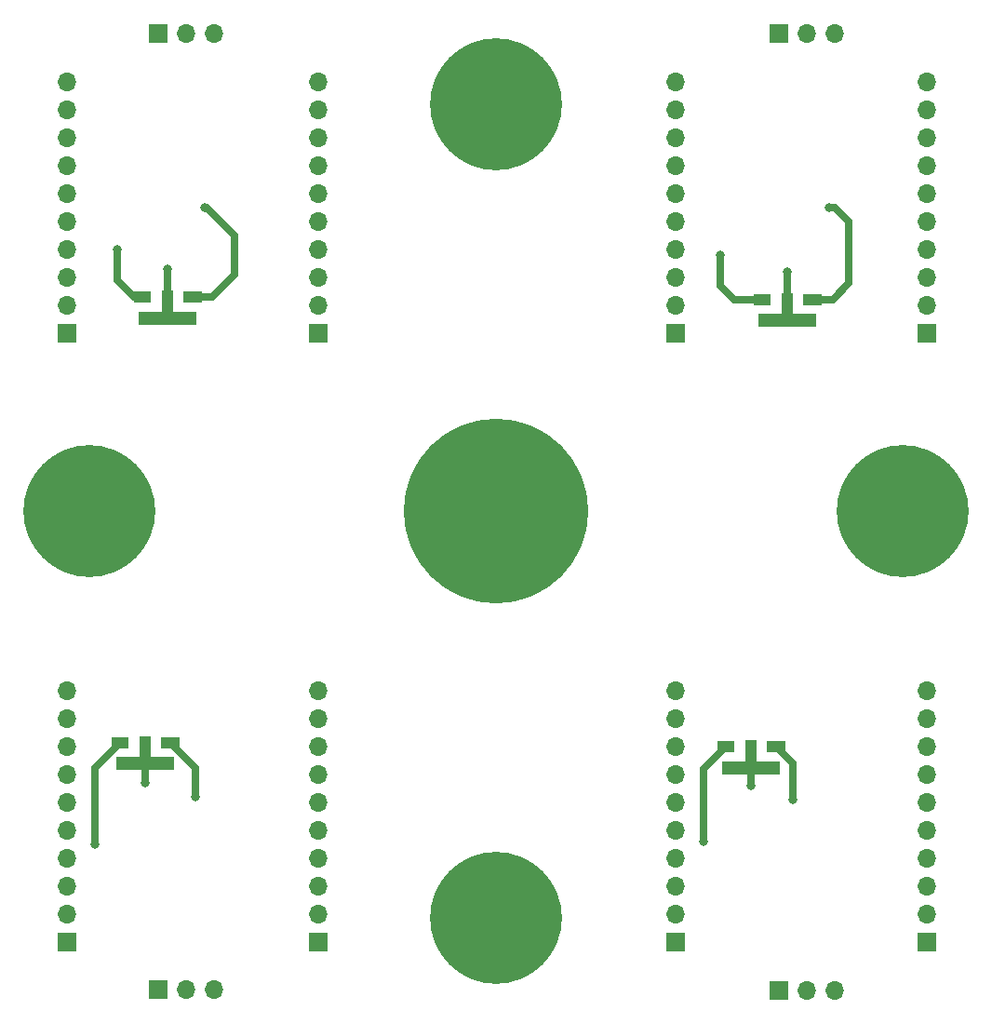
<source format=gbr>
%TF.GenerationSoftware,KiCad,Pcbnew,7.0.5-0*%
%TF.CreationDate,2024-05-08T17:08:20-04:00*%
%TF.ProjectId,quad_sipm,71756164-5f73-4697-906d-2e6b69636164,8.1*%
%TF.SameCoordinates,Original*%
%TF.FileFunction,Copper,L1,Top*%
%TF.FilePolarity,Positive*%
%FSLAX46Y46*%
G04 Gerber Fmt 4.6, Leading zero omitted, Abs format (unit mm)*
G04 Created by KiCad (PCBNEW 7.0.5-0) date 2024-05-08 17:08:20*
%MOMM*%
%LPD*%
G01*
G04 APERTURE LIST*
G04 Aperture macros list*
%AMFreePoly0*
4,1,5,0.508000,-1.498600,-0.508000,-1.498600,-0.508000,1.498600,0.508000,1.498600,0.508000,-1.498600,0.508000,-1.498600,$1*%
G04 Aperture macros list end*
%TA.AperFunction,ComponentPad*%
%ADD10C,16.800000*%
%TD*%
%TA.AperFunction,ComponentPad*%
%ADD11C,12.000000*%
%TD*%
%TA.AperFunction,ComponentPad*%
%ADD12R,1.700000X1.700000*%
%TD*%
%TA.AperFunction,ComponentPad*%
%ADD13O,1.700000X1.700000*%
%TD*%
%TA.AperFunction,SMDPad,CuDef*%
%ADD14R,1.625600X1.108800*%
%TD*%
%TA.AperFunction,SMDPad,CuDef*%
%ADD15R,1.727200X1.117600*%
%TD*%
%TA.AperFunction,SMDPad,CuDef*%
%ADD16R,5.207000X1.143000*%
%TD*%
%TA.AperFunction,SMDPad,CuDef*%
%ADD17FreePoly0,0.000000*%
%TD*%
%TA.AperFunction,ViaPad*%
%ADD18C,0.800000*%
%TD*%
%TA.AperFunction,Conductor*%
%ADD19C,0.635000*%
%TD*%
G04 APERTURE END LIST*
D10*
%TO.P,H2,1*%
%TO.N,N/C*%
X100000000Y-100000000D03*
%TD*%
D11*
%TO.P,H3,1*%
%TO.N,N/C*%
X100000000Y-137000000D03*
%TD*%
%TO.P,H4,1*%
%TO.N,N/C*%
X137000000Y-100000000D03*
%TD*%
%TO.P,H5,1*%
%TO.N,N/C*%
X63000000Y-100000000D03*
%TD*%
%TO.P,H1,1*%
%TO.N,N/C*%
X100000000Y-63000000D03*
%TD*%
D12*
%TO.P,J7,1,Pin_1*%
%TO.N,unconnected-(J7-Pin_1-Pad1)*%
X139146000Y-83820000D03*
D13*
%TO.P,J7,2,Pin_2*%
%TO.N,unconnected-(J7-Pin_2-Pad2)*%
X139146000Y-81280000D03*
%TO.P,J7,3,Pin_3*%
%TO.N,unconnected-(J7-Pin_3-Pad3)*%
X139146000Y-78740000D03*
%TO.P,J7,4,Pin_4*%
%TO.N,unconnected-(J7-Pin_4-Pad4)*%
X139146000Y-76200000D03*
%TO.P,J7,5,Pin_5*%
%TO.N,Net-(J3-Pin_3)*%
X139146000Y-73660000D03*
%TO.P,J7,6,Pin_6*%
%TO.N,unconnected-(J7-Pin_6-Pad6)*%
X139146000Y-71120000D03*
%TO.P,J7,7,Pin_7*%
%TO.N,unconnected-(J7-Pin_7-Pad7)*%
X139146000Y-68580000D03*
%TO.P,J7,8,Pin_8*%
%TO.N,unconnected-(J7-Pin_8-Pad8)*%
X139146000Y-66040000D03*
%TO.P,J7,9,Pin_9*%
%TO.N,unconnected-(J7-Pin_9-Pad9)*%
X139146000Y-63500000D03*
%TO.P,J7,10,Pin_10*%
%TO.N,unconnected-(J7-Pin_10-Pad10)*%
X139146000Y-60960000D03*
D12*
%TO.P,J7,11,Pin_1*%
%TO.N,unconnected-(J7-Pin_1-Pad11)*%
X116286000Y-83820000D03*
D13*
%TO.P,J7,12,Pin_2*%
%TO.N,unconnected-(J7-Pin_2-Pad12)*%
X116286000Y-81280000D03*
%TO.P,J7,13,Pin_3*%
%TO.N,unconnected-(J7-Pin_3-Pad13)*%
X116286000Y-78740000D03*
%TO.P,J7,14,Pin_4*%
%TO.N,unconnected-(J7-Pin_4-Pad14)*%
X116286000Y-76200000D03*
%TO.P,J7,15,Pin_5*%
%TO.N,Net-(J7-Pin_5-Pad15)*%
X116286000Y-73660000D03*
%TO.P,J7,16,Pin_6*%
%TO.N,unconnected-(J7-Pin_6-Pad16)*%
X116286000Y-71120000D03*
%TO.P,J7,17,Pin_7*%
%TO.N,Net-(J3-Pin_1)*%
X116286000Y-68580000D03*
%TO.P,J7,18,Pin_8*%
%TO.N,unconnected-(J7-Pin_8-Pad18)*%
X116286000Y-66040000D03*
%TO.P,J7,19,Pin_9*%
%TO.N,unconnected-(J7-Pin_9-Pad19)*%
X116286000Y-63500000D03*
%TO.P,J7,20,Pin_10*%
%TO.N,unconnected-(J7-Pin_10-Pad20)*%
X116286000Y-60960000D03*
%TD*%
D12*
%TO.P,J8,1,Pin_1*%
%TO.N,unconnected-(J8-Pin_1-Pad1)*%
X83774000Y-83820000D03*
D13*
%TO.P,J8,2,Pin_2*%
%TO.N,unconnected-(J8-Pin_2-Pad2)*%
X83774000Y-81280000D03*
%TO.P,J8,3,Pin_3*%
%TO.N,unconnected-(J8-Pin_3-Pad3)*%
X83774000Y-78740000D03*
%TO.P,J8,4,Pin_4*%
%TO.N,unconnected-(J8-Pin_4-Pad4)*%
X83774000Y-76200000D03*
%TO.P,J8,5,Pin_5*%
%TO.N,Net-(J4-Pin_3)*%
X83774000Y-73660000D03*
%TO.P,J8,6,Pin_6*%
%TO.N,unconnected-(J8-Pin_6-Pad6)*%
X83774000Y-71120000D03*
%TO.P,J8,7,Pin_7*%
%TO.N,unconnected-(J8-Pin_7-Pad7)*%
X83774000Y-68580000D03*
%TO.P,J8,8,Pin_8*%
%TO.N,unconnected-(J8-Pin_8-Pad8)*%
X83774000Y-66040000D03*
%TO.P,J8,9,Pin_9*%
%TO.N,unconnected-(J8-Pin_9-Pad9)*%
X83774000Y-63500000D03*
%TO.P,J8,10,Pin_10*%
%TO.N,unconnected-(J8-Pin_10-Pad10)*%
X83774000Y-60960000D03*
D12*
%TO.P,J8,11,Pin_1*%
%TO.N,unconnected-(J8-Pin_1-Pad11)*%
X60914000Y-83820000D03*
D13*
%TO.P,J8,12,Pin_2*%
%TO.N,unconnected-(J8-Pin_2-Pad12)*%
X60914000Y-81280000D03*
%TO.P,J8,13,Pin_3*%
%TO.N,unconnected-(J8-Pin_3-Pad13)*%
X60914000Y-78740000D03*
%TO.P,J8,14,Pin_4*%
%TO.N,unconnected-(J8-Pin_4-Pad14)*%
X60914000Y-76200000D03*
%TO.P,J8,15,Pin_5*%
%TO.N,Net-(J8-Pin_5-Pad15)*%
X60914000Y-73660000D03*
%TO.P,J8,16,Pin_6*%
%TO.N,unconnected-(J8-Pin_6-Pad16)*%
X60914000Y-71120000D03*
%TO.P,J8,17,Pin_7*%
%TO.N,Net-(J4-Pin_1)*%
X60914000Y-68580000D03*
%TO.P,J8,18,Pin_8*%
%TO.N,unconnected-(J8-Pin_8-Pad18)*%
X60914000Y-66040000D03*
%TO.P,J8,19,Pin_9*%
%TO.N,unconnected-(J8-Pin_9-Pad19)*%
X60914000Y-63500000D03*
%TO.P,J8,20,Pin_10*%
%TO.N,unconnected-(J8-Pin_10-Pad20)*%
X60914000Y-60960000D03*
%TD*%
D12*
%TO.P,J6,1,Pin_1*%
%TO.N,unconnected-(J6-Pin_1-Pad1)*%
X83774000Y-139192000D03*
D13*
%TO.P,J6,2,Pin_2*%
%TO.N,unconnected-(J6-Pin_2-Pad2)*%
X83774000Y-136652000D03*
%TO.P,J6,3,Pin_3*%
%TO.N,unconnected-(J6-Pin_3-Pad3)*%
X83774000Y-134112000D03*
%TO.P,J6,4,Pin_4*%
%TO.N,unconnected-(J6-Pin_4-Pad4)*%
X83774000Y-131572000D03*
%TO.P,J6,5,Pin_5*%
%TO.N,Net-(J2-Pin_3)*%
X83774000Y-129032000D03*
%TO.P,J6,6,Pin_6*%
%TO.N,unconnected-(J6-Pin_6-Pad6)*%
X83774000Y-126492000D03*
%TO.P,J6,7,Pin_7*%
%TO.N,unconnected-(J6-Pin_7-Pad7)*%
X83774000Y-123952000D03*
%TO.P,J6,8,Pin_8*%
%TO.N,unconnected-(J6-Pin_8-Pad8)*%
X83774000Y-121412000D03*
%TO.P,J6,9,Pin_9*%
%TO.N,unconnected-(J6-Pin_9-Pad9)*%
X83774000Y-118872000D03*
%TO.P,J6,10,Pin_10*%
%TO.N,unconnected-(J6-Pin_10-Pad10)*%
X83774000Y-116332000D03*
D12*
%TO.P,J6,11,Pin_1*%
%TO.N,unconnected-(J6-Pin_1-Pad11)*%
X60914000Y-139192000D03*
D13*
%TO.P,J6,12,Pin_2*%
%TO.N,unconnected-(J6-Pin_2-Pad12)*%
X60914000Y-136652000D03*
%TO.P,J6,13,Pin_3*%
%TO.N,unconnected-(J6-Pin_3-Pad13)*%
X60914000Y-134112000D03*
%TO.P,J6,14,Pin_4*%
%TO.N,unconnected-(J6-Pin_4-Pad14)*%
X60914000Y-131572000D03*
%TO.P,J6,15,Pin_5*%
%TO.N,Net-(J6-Pin_5-Pad15)*%
X60914000Y-129032000D03*
%TO.P,J6,16,Pin_6*%
%TO.N,unconnected-(J6-Pin_6-Pad16)*%
X60914000Y-126492000D03*
%TO.P,J6,17,Pin_7*%
%TO.N,Net-(J2-Pin_1)*%
X60914000Y-123952000D03*
%TO.P,J6,18,Pin_8*%
%TO.N,unconnected-(J6-Pin_8-Pad18)*%
X60914000Y-121412000D03*
%TO.P,J6,19,Pin_9*%
%TO.N,unconnected-(J6-Pin_9-Pad19)*%
X60914000Y-118872000D03*
%TO.P,J6,20,Pin_10*%
%TO.N,unconnected-(J6-Pin_10-Pad20)*%
X60914000Y-116332000D03*
%TD*%
D12*
%TO.P,J5,1,Pin_1*%
%TO.N,unconnected-(J5-Pin_1-Pad1)*%
X139146000Y-139192000D03*
D13*
%TO.P,J5,2,Pin_2*%
%TO.N,unconnected-(J5-Pin_2-Pad2)*%
X139146000Y-136652000D03*
%TO.P,J5,3,Pin_3*%
%TO.N,unconnected-(J5-Pin_3-Pad3)*%
X139146000Y-134112000D03*
%TO.P,J5,4,Pin_4*%
%TO.N,unconnected-(J5-Pin_4-Pad4)*%
X139146000Y-131572000D03*
%TO.P,J5,5,Pin_5*%
%TO.N,Net-(J1-Pin_3)*%
X139146000Y-129032000D03*
%TO.P,J5,6,Pin_6*%
%TO.N,unconnected-(J5-Pin_6-Pad6)*%
X139146000Y-126492000D03*
%TO.P,J5,7,Pin_7*%
%TO.N,unconnected-(J5-Pin_7-Pad7)*%
X139146000Y-123952000D03*
%TO.P,J5,8,Pin_8*%
%TO.N,unconnected-(J5-Pin_8-Pad8)*%
X139146000Y-121412000D03*
%TO.P,J5,9,Pin_9*%
%TO.N,unconnected-(J5-Pin_9-Pad9)*%
X139146000Y-118872000D03*
%TO.P,J5,10,Pin_10*%
%TO.N,unconnected-(J5-Pin_10-Pad10)*%
X139146000Y-116332000D03*
D12*
%TO.P,J5,11,Pin_1*%
%TO.N,unconnected-(J5-Pin_1-Pad11)*%
X116286000Y-139192000D03*
D13*
%TO.P,J5,12,Pin_2*%
%TO.N,unconnected-(J5-Pin_2-Pad12)*%
X116286000Y-136652000D03*
%TO.P,J5,13,Pin_3*%
%TO.N,unconnected-(J5-Pin_3-Pad13)*%
X116286000Y-134112000D03*
%TO.P,J5,14,Pin_4*%
%TO.N,unconnected-(J5-Pin_4-Pad14)*%
X116286000Y-131572000D03*
%TO.P,J5,15,Pin_5*%
%TO.N,Net-(J5-Pin_5-Pad15)*%
X116286000Y-129032000D03*
%TO.P,J5,16,Pin_6*%
%TO.N,unconnected-(J5-Pin_6-Pad16)*%
X116286000Y-126492000D03*
%TO.P,J5,17,Pin_7*%
%TO.N,Net-(J1-Pin_1)*%
X116286000Y-123952000D03*
%TO.P,J5,18,Pin_8*%
%TO.N,unconnected-(J5-Pin_8-Pad18)*%
X116286000Y-121412000D03*
%TO.P,J5,19,Pin_9*%
%TO.N,unconnected-(J5-Pin_9-Pad19)*%
X116286000Y-118872000D03*
%TO.P,J5,20,Pin_10*%
%TO.N,unconnected-(J5-Pin_10-Pad20)*%
X116286000Y-116332000D03*
%TD*%
D12*
%TO.P,J1,1,Pin_1*%
%TO.N,Net-(J1-Pin_1)*%
X125685000Y-143555000D03*
D13*
%TO.P,J1,2,Pin_2*%
%TO.N,Net-(J1-Pin_2)*%
X128225000Y-143555000D03*
%TO.P,J1,3,Pin_3*%
%TO.N,Net-(J1-Pin_3)*%
X130765000Y-143555000D03*
%TD*%
D12*
%TO.P,J3,1,Pin_1*%
%TO.N,Net-(J3-Pin_1)*%
X125685000Y-56560000D03*
D13*
%TO.P,J3,2,Pin_2*%
%TO.N,Net-(J3-Pin_2)*%
X128225000Y-56560000D03*
%TO.P,J3,3,Pin_3*%
%TO.N,Net-(J3-Pin_3)*%
X130765000Y-56560000D03*
%TD*%
D12*
%TO.P,J4,1,Pin_1*%
%TO.N,Net-(J4-Pin_1)*%
X69215000Y-56515000D03*
D13*
%TO.P,J4,2,Pin_2*%
%TO.N,Net-(J4-Pin_2)*%
X71755000Y-56515000D03*
%TO.P,J4,3,Pin_3*%
%TO.N,Net-(J4-Pin_3)*%
X74295000Y-56515000D03*
%TD*%
D12*
%TO.P,J2,1,Pin_1*%
%TO.N,Net-(J2-Pin_1)*%
X69215000Y-143510000D03*
D13*
%TO.P,J2,2,Pin_2*%
%TO.N,Net-(J2-Pin_2)*%
X71755000Y-143510000D03*
%TO.P,J2,3,Pin_3*%
%TO.N,Net-(J2-Pin_3)*%
X74295000Y-143510000D03*
%TD*%
D14*
%TO.P,U4,1*%
%TO.N,Net-(SW2-C)*%
X67818000Y-80513600D03*
D15*
%TO.P,U4,2*%
%TO.N,Net-(SW2-0)*%
X72390000Y-80518000D03*
D16*
%TO.P,U4,3,G*%
%TO.N,Net-(J4-Pin_1)*%
X70091300Y-82410300D03*
D17*
X70104000Y-81457800D03*
%TD*%
D14*
%TO.P,U1,1*%
%TO.N,Net-(SW1-C)*%
X65798700Y-121039300D03*
D15*
%TO.P,U1,2*%
%TO.N,Net-(SW1-0)*%
X70370700Y-121043700D03*
D16*
%TO.P,U1,3,G*%
%TO.N,Net-(J2-Pin_1)*%
X68072000Y-122936000D03*
D17*
X68084700Y-121983500D03*
%TD*%
D14*
%TO.P,U2,1*%
%TO.N,Net-(SW3-C)*%
X120904000Y-121412000D03*
D15*
%TO.P,U2,2*%
%TO.N,Net-(SW3-0)*%
X125476000Y-121416400D03*
D16*
%TO.P,U2,3,G*%
%TO.N,Net-(J1-Pin_1)*%
X123177300Y-123308700D03*
D17*
X123190000Y-122356200D03*
%TD*%
D14*
%TO.P,U3,1*%
%TO.N,Net-(SW4-C)*%
X124201200Y-80716800D03*
D15*
%TO.P,U3,2*%
%TO.N,Net-(SW4-0)*%
X128773200Y-80721200D03*
D16*
%TO.P,U3,3,G*%
%TO.N,Net-(J3-Pin_1)*%
X126474500Y-82613500D03*
D17*
X126487200Y-81661000D03*
%TD*%
D18*
%TO.N,Net-(J1-Pin_1)*%
X123190000Y-124968000D03*
%TO.N,Net-(SW3-C)*%
X118872000Y-130048000D03*
%TO.N,Net-(SW3-0)*%
X127000000Y-126238000D03*
%TO.N,Net-(J2-Pin_1)*%
X68072000Y-124714000D03*
%TO.N,Net-(SW1-C)*%
X63500000Y-130302000D03*
%TO.N,Net-(SW1-0)*%
X72644000Y-125984000D03*
%TO.N,Net-(J4-Pin_1)*%
X70104000Y-77978000D03*
%TO.N,Net-(SW2-C)*%
X65532000Y-76200000D03*
%TO.N,Net-(SW2-0)*%
X73505000Y-72390000D03*
%TO.N,Net-(J3-Pin_1)*%
X126492000Y-78232000D03*
%TO.N,Net-(SW4-0)*%
X130302000Y-72390000D03*
%TO.N,Net-(SW4-C)*%
X120396000Y-76708000D03*
%TD*%
D19*
%TO.N,Net-(SW4-0)*%
X130302000Y-72390000D02*
X130810000Y-72390000D01*
X130810000Y-72390000D02*
X132080000Y-73660000D01*
%TO.N,Net-(SW3-0)*%
X125476000Y-121416400D02*
X127000000Y-122940400D01*
%TO.N,Net-(J1-Pin_1)*%
X123177300Y-124955300D02*
X123190000Y-124968000D01*
X123177300Y-123308700D02*
X123177300Y-124955300D01*
%TO.N,Net-(SW3-C)*%
X118872000Y-123444000D02*
X118872000Y-130048000D01*
X120904000Y-121412000D02*
X118872000Y-123444000D01*
%TO.N,Net-(SW3-0)*%
X127000000Y-122940400D02*
X127000000Y-126238000D01*
%TO.N,Net-(J2-Pin_1)*%
X68072000Y-122936000D02*
X68072000Y-124714000D01*
%TO.N,Net-(SW1-C)*%
X63500000Y-123338000D02*
X63500000Y-130302000D01*
X65798700Y-121039300D02*
X63500000Y-123338000D01*
%TO.N,Net-(SW1-0)*%
X70370700Y-121043700D02*
X72644000Y-123317000D01*
X72644000Y-123317000D02*
X72644000Y-125984000D01*
%TO.N,Net-(J4-Pin_1)*%
X70104000Y-81457800D02*
X70104000Y-77978000D01*
%TO.N,Net-(SW2-C)*%
X67051600Y-80513600D02*
X65532000Y-78994000D01*
X67818000Y-80513600D02*
X67051600Y-80513600D01*
X65532000Y-78994000D02*
X65532000Y-76200000D01*
%TO.N,Net-(SW2-0)*%
X76200000Y-74930000D02*
X73660000Y-72390000D01*
X76200000Y-78486000D02*
X76200000Y-74930000D01*
X72390000Y-80518000D02*
X74168000Y-80518000D01*
X73660000Y-72390000D02*
X73505000Y-72390000D01*
X74168000Y-80518000D02*
X76200000Y-78486000D01*
%TO.N,Net-(J3-Pin_1)*%
X126487200Y-78236800D02*
X126492000Y-78232000D01*
X126487200Y-81661000D02*
X126487200Y-78236800D01*
%TO.N,Net-(SW4-0)*%
X132080000Y-73660000D02*
X132080000Y-79248000D01*
X132080000Y-79248000D02*
X130606800Y-80721200D01*
X130606800Y-80721200D02*
X128773200Y-80721200D01*
%TO.N,Net-(SW4-C)*%
X120396000Y-76708000D02*
X120396000Y-79502000D01*
X120396000Y-79502000D02*
X121610800Y-80716800D01*
X121610800Y-80716800D02*
X124201200Y-80716800D01*
%TD*%
M02*

</source>
